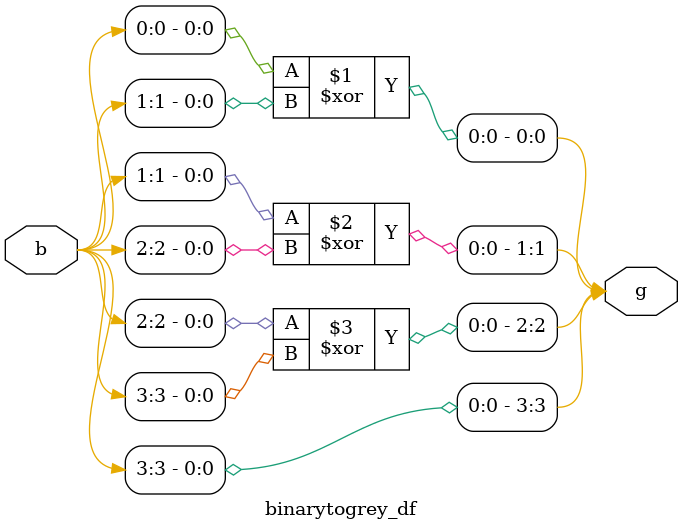
<source format=v>
`timescale 1ns / 1ps


module binarytogrey_df(input[3:0]b,output [3:0]g);
assign g[0]=b[0]^b[1];
assign g[1]=b[1]^b[2];
assign g[2]=b[2]^b[3];
assign g[3]=b[3];
endmodule

</source>
